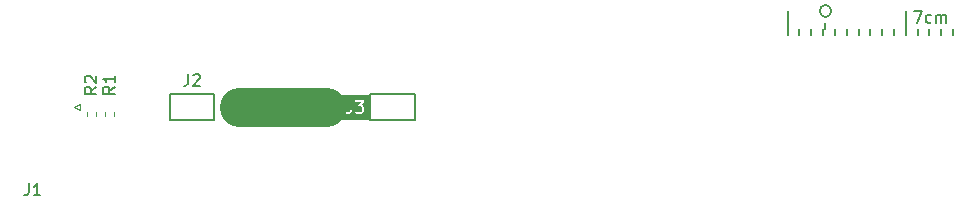
<source format=gbr>
%TF.GenerationSoftware,KiCad,Pcbnew,7.0.5*%
%TF.CreationDate,2026-01-01T17:31:19-06:00*%
%TF.ProjectId,Lora58thsStubShunt,4c6f7261-3538-4746-9873-537475625368,rev?*%
%TF.SameCoordinates,Original*%
%TF.FileFunction,Legend,Top*%
%TF.FilePolarity,Positive*%
%FSLAX46Y46*%
G04 Gerber Fmt 4.6, Leading zero omitted, Abs format (unit mm)*
G04 Created by KiCad (PCBNEW 7.0.5) date 2026-01-01 17:31:19*
%MOMM*%
%LPD*%
G01*
G04 APERTURE LIST*
%ADD10C,0.150000*%
%ADD11C,3.300000*%
%ADD12C,0.120000*%
G04 APERTURE END LIST*
D10*
X146930000Y-76850000D02*
X146930000Y-76350000D01*
X147930000Y-76850000D02*
X147930000Y-76350000D01*
X149630000Y-74850000D02*
G75*
G03*
X149630000Y-74850000I-500000J0D01*
G01*
D11*
X99500000Y-83000000D02*
X106875000Y-82950000D01*
D10*
X156930000Y-76850000D02*
X156930000Y-76350000D01*
X149930000Y-76850000D02*
X149930000Y-76350000D01*
X145930000Y-76850000D02*
X145930000Y-74850000D01*
X153930000Y-76850000D02*
X153930000Y-76350000D01*
X155930000Y-76850000D02*
X155930000Y-74850000D01*
X154930000Y-76850000D02*
X154930000Y-76350000D01*
X157930000Y-76850000D02*
X157930000Y-76350000D01*
X159930000Y-76850000D02*
X159930000Y-76350000D01*
X151930000Y-76850000D02*
X151930000Y-76350000D01*
X150930000Y-76850000D02*
X150930000Y-76350000D01*
X152930000Y-76850000D02*
X152930000Y-76350000D01*
X149130000Y-76350000D02*
X149130000Y-75850000D01*
X158930000Y-76850000D02*
X158930000Y-76350000D01*
X148930000Y-76850000D02*
X148930000Y-76350000D01*
X156611541Y-74839819D02*
X157278207Y-74839819D01*
X157278207Y-74839819D02*
X156849636Y-75839819D01*
X158087731Y-75792200D02*
X157992493Y-75839819D01*
X157992493Y-75839819D02*
X157802017Y-75839819D01*
X157802017Y-75839819D02*
X157706779Y-75792200D01*
X157706779Y-75792200D02*
X157659160Y-75744580D01*
X157659160Y-75744580D02*
X157611541Y-75649342D01*
X157611541Y-75649342D02*
X157611541Y-75363628D01*
X157611541Y-75363628D02*
X157659160Y-75268390D01*
X157659160Y-75268390D02*
X157706779Y-75220771D01*
X157706779Y-75220771D02*
X157802017Y-75173152D01*
X157802017Y-75173152D02*
X157992493Y-75173152D01*
X157992493Y-75173152D02*
X158087731Y-75220771D01*
X158516303Y-75839819D02*
X158516303Y-75173152D01*
X158516303Y-75268390D02*
X158563922Y-75220771D01*
X158563922Y-75220771D02*
X158659160Y-75173152D01*
X158659160Y-75173152D02*
X158802017Y-75173152D01*
X158802017Y-75173152D02*
X158897255Y-75220771D01*
X158897255Y-75220771D02*
X158944874Y-75316009D01*
X158944874Y-75316009D02*
X158944874Y-75839819D01*
X158944874Y-75316009D02*
X158992493Y-75220771D01*
X158992493Y-75220771D02*
X159087731Y-75173152D01*
X159087731Y-75173152D02*
X159230588Y-75173152D01*
X159230588Y-75173152D02*
X159325827Y-75220771D01*
X159325827Y-75220771D02*
X159373446Y-75316009D01*
X159373446Y-75316009D02*
X159373446Y-75839819D01*
%TO.C,R2*%
X87404819Y-81266666D02*
X86928628Y-81599999D01*
X87404819Y-81838094D02*
X86404819Y-81838094D01*
X86404819Y-81838094D02*
X86404819Y-81457142D01*
X86404819Y-81457142D02*
X86452438Y-81361904D01*
X86452438Y-81361904D02*
X86500057Y-81314285D01*
X86500057Y-81314285D02*
X86595295Y-81266666D01*
X86595295Y-81266666D02*
X86738152Y-81266666D01*
X86738152Y-81266666D02*
X86833390Y-81314285D01*
X86833390Y-81314285D02*
X86881009Y-81361904D01*
X86881009Y-81361904D02*
X86928628Y-81457142D01*
X86928628Y-81457142D02*
X86928628Y-81838094D01*
X86500057Y-80885713D02*
X86452438Y-80838094D01*
X86452438Y-80838094D02*
X86404819Y-80742856D01*
X86404819Y-80742856D02*
X86404819Y-80504761D01*
X86404819Y-80504761D02*
X86452438Y-80409523D01*
X86452438Y-80409523D02*
X86500057Y-80361904D01*
X86500057Y-80361904D02*
X86595295Y-80314285D01*
X86595295Y-80314285D02*
X86690533Y-80314285D01*
X86690533Y-80314285D02*
X86833390Y-80361904D01*
X86833390Y-80361904D02*
X87404819Y-80933332D01*
X87404819Y-80933332D02*
X87404819Y-80314285D01*
%TO.C,R1*%
X88954819Y-81266666D02*
X88478628Y-81599999D01*
X88954819Y-81838094D02*
X87954819Y-81838094D01*
X87954819Y-81838094D02*
X87954819Y-81457142D01*
X87954819Y-81457142D02*
X88002438Y-81361904D01*
X88002438Y-81361904D02*
X88050057Y-81314285D01*
X88050057Y-81314285D02*
X88145295Y-81266666D01*
X88145295Y-81266666D02*
X88288152Y-81266666D01*
X88288152Y-81266666D02*
X88383390Y-81314285D01*
X88383390Y-81314285D02*
X88431009Y-81361904D01*
X88431009Y-81361904D02*
X88478628Y-81457142D01*
X88478628Y-81457142D02*
X88478628Y-81838094D01*
X88954819Y-80314285D02*
X88954819Y-80885713D01*
X88954819Y-80599999D02*
X87954819Y-80599999D01*
X87954819Y-80599999D02*
X88097676Y-80695237D01*
X88097676Y-80695237D02*
X88192914Y-80790475D01*
X88192914Y-80790475D02*
X88240533Y-80885713D01*
%TO.C,J1*%
X81666666Y-89454819D02*
X81666666Y-90169104D01*
X81666666Y-90169104D02*
X81619047Y-90311961D01*
X81619047Y-90311961D02*
X81523809Y-90407200D01*
X81523809Y-90407200D02*
X81380952Y-90454819D01*
X81380952Y-90454819D02*
X81285714Y-90454819D01*
X82666666Y-90454819D02*
X82095238Y-90454819D01*
X82380952Y-90454819D02*
X82380952Y-89454819D01*
X82380952Y-89454819D02*
X82285714Y-89597676D01*
X82285714Y-89597676D02*
X82190476Y-89692914D01*
X82190476Y-89692914D02*
X82095238Y-89740533D01*
%TO.C,J3*%
G36*
X110637500Y-84080357D02*
G01*
X108012500Y-84080357D01*
X108012500Y-83490943D01*
X108533344Y-83490943D01*
X108551640Y-83531007D01*
X108588692Y-83554819D01*
X108696550Y-83554819D01*
X108708777Y-83557934D01*
X108728389Y-83551396D01*
X108748212Y-83545576D01*
X108749170Y-83544469D01*
X108868696Y-83504627D01*
X108886270Y-83500805D01*
X108897110Y-83489964D01*
X108909694Y-83481219D01*
X108912401Y-83474672D01*
X108994226Y-83392847D01*
X109008234Y-83381570D01*
X109009090Y-83379003D01*
X109294652Y-83379003D01*
X109304014Y-83422040D01*
X109360555Y-83478583D01*
X109367000Y-83489434D01*
X109385511Y-83498689D01*
X109403622Y-83508579D01*
X109405081Y-83508474D01*
X109478327Y-83545097D01*
X109493454Y-83554819D01*
X109508784Y-83554819D01*
X109523867Y-83557533D01*
X109530411Y-83554819D01*
X109797150Y-83554819D01*
X109815034Y-83556750D01*
X109828747Y-83549893D01*
X109843450Y-83545576D01*
X109848088Y-83540222D01*
X109921556Y-83503487D01*
X109933890Y-83500805D01*
X109948521Y-83486172D01*
X109963634Y-83472116D01*
X109963996Y-83470696D01*
X109990430Y-83444262D01*
X110001281Y-83437818D01*
X110010537Y-83419304D01*
X110020427Y-83401194D01*
X110020322Y-83399734D01*
X110056944Y-83326490D01*
X110066666Y-83311364D01*
X110066666Y-83296034D01*
X110069380Y-83280951D01*
X110066666Y-83274407D01*
X110066666Y-83055277D01*
X110068596Y-83037403D01*
X110061741Y-83023693D01*
X110057423Y-83008987D01*
X110052068Y-83004347D01*
X110015334Y-82930878D01*
X110012652Y-82918548D01*
X109998032Y-82903928D01*
X109983963Y-82888803D01*
X109982544Y-82888440D01*
X109956109Y-82862005D01*
X109949666Y-82851156D01*
X109931165Y-82841905D01*
X109913043Y-82832010D01*
X109911582Y-82832114D01*
X109838341Y-82795494D01*
X109823470Y-82785936D01*
X110033737Y-82545631D01*
X110033926Y-82545576D01*
X110048230Y-82529067D01*
X110055209Y-82521092D01*
X110055286Y-82520924D01*
X110062768Y-82512290D01*
X110064341Y-82501349D01*
X110068982Y-82491316D01*
X110067410Y-82480000D01*
X110069036Y-82468695D01*
X110064444Y-82458640D01*
X110062924Y-82447692D01*
X110055486Y-82439023D01*
X110050740Y-82428631D01*
X110041439Y-82422653D01*
X110034243Y-82414267D01*
X110023299Y-82410996D01*
X110013688Y-82404819D01*
X110002633Y-82404819D01*
X109992044Y-82401654D01*
X109981069Y-82404819D01*
X109361837Y-82404819D01*
X109330359Y-82414062D01*
X109301517Y-82447348D01*
X109295249Y-82490943D01*
X109313545Y-82531007D01*
X109350597Y-82554819D01*
X109826383Y-82554819D01*
X109616260Y-82794958D01*
X109616073Y-82795014D01*
X109601855Y-82811421D01*
X109594790Y-82819497D01*
X109594711Y-82819667D01*
X109587231Y-82828300D01*
X109585658Y-82839240D01*
X109581017Y-82849274D01*
X109582588Y-82860589D01*
X109580963Y-82871895D01*
X109585554Y-82881949D01*
X109587075Y-82892898D01*
X109594512Y-82901566D01*
X109599259Y-82911959D01*
X109608559Y-82917936D01*
X109615756Y-82926323D01*
X109626699Y-82929593D01*
X109636311Y-82935771D01*
X109647366Y-82935771D01*
X109657955Y-82938936D01*
X109668930Y-82935771D01*
X109783484Y-82935771D01*
X109852002Y-82970030D01*
X109882407Y-83000435D01*
X109916666Y-83068951D01*
X109916666Y-83271636D01*
X109882407Y-83340153D01*
X109851999Y-83370561D01*
X109783485Y-83404819D01*
X109533182Y-83404819D01*
X109464664Y-83370560D01*
X109418029Y-83323923D01*
X109389235Y-83308201D01*
X109345304Y-83311343D01*
X109310045Y-83337736D01*
X109294652Y-83379003D01*
X109009090Y-83379003D01*
X109013081Y-83367028D01*
X109020427Y-83353575D01*
X109019921Y-83346508D01*
X109059844Y-83226740D01*
X109066666Y-83216126D01*
X109066666Y-83195446D01*
X109067412Y-83174807D01*
X109066666Y-83173548D01*
X109066666Y-82469037D01*
X109057423Y-82437559D01*
X109024137Y-82408717D01*
X108980542Y-82402449D01*
X108940478Y-82420745D01*
X108916666Y-82457797D01*
X108916665Y-83181933D01*
X108878494Y-83296447D01*
X108808295Y-83366647D01*
X108693780Y-83404819D01*
X108599932Y-83404819D01*
X108568454Y-83414062D01*
X108539612Y-83447348D01*
X108533344Y-83490943D01*
X108012500Y-83490943D01*
X108012500Y-81969643D01*
X110637500Y-81969643D01*
X110637500Y-84080357D01*
G37*
%TO.C,J2*%
X95166666Y-80204819D02*
X95166666Y-80919104D01*
X95166666Y-80919104D02*
X95119047Y-81061961D01*
X95119047Y-81061961D02*
X95023809Y-81157200D01*
X95023809Y-81157200D02*
X94880952Y-81204819D01*
X94880952Y-81204819D02*
X94785714Y-81204819D01*
X95595238Y-80300057D02*
X95642857Y-80252438D01*
X95642857Y-80252438D02*
X95738095Y-80204819D01*
X95738095Y-80204819D02*
X95976190Y-80204819D01*
X95976190Y-80204819D02*
X96071428Y-80252438D01*
X96071428Y-80252438D02*
X96119047Y-80300057D01*
X96119047Y-80300057D02*
X96166666Y-80395295D01*
X96166666Y-80395295D02*
X96166666Y-80490533D01*
X96166666Y-80490533D02*
X96119047Y-80633390D01*
X96119047Y-80633390D02*
X95547619Y-81204819D01*
X95547619Y-81204819D02*
X96166666Y-81204819D01*
D12*
%TO.C,R2*%
X87380000Y-83432379D02*
X87380000Y-83767621D01*
X86620000Y-83432379D02*
X86620000Y-83767621D01*
%TO.C,R1*%
X88880000Y-83432379D02*
X88880000Y-83767621D01*
X88120000Y-83432379D02*
X88120000Y-83767621D01*
%TO.C,J1*%
X85500000Y-83000000D02*
X86000000Y-82750000D01*
X86000000Y-82750000D02*
X86000000Y-83250000D01*
X86000000Y-83250000D02*
X85500000Y-83000000D01*
D10*
%TO.C,J3*%
X110600000Y-81900000D02*
X114400000Y-81900000D01*
X110600000Y-84100000D02*
X110600000Y-81900000D01*
X114400000Y-81900000D02*
X114400000Y-84100000D01*
X114400000Y-84100000D02*
X110600000Y-84100000D01*
%TO.C,J2*%
X93600000Y-81900000D02*
X97400000Y-81900000D01*
X93600000Y-84100000D02*
X93600000Y-81900000D01*
X97400000Y-81900000D02*
X97400000Y-84100000D01*
X97400000Y-84100000D02*
X93600000Y-84100000D01*
%TD*%
M02*

</source>
